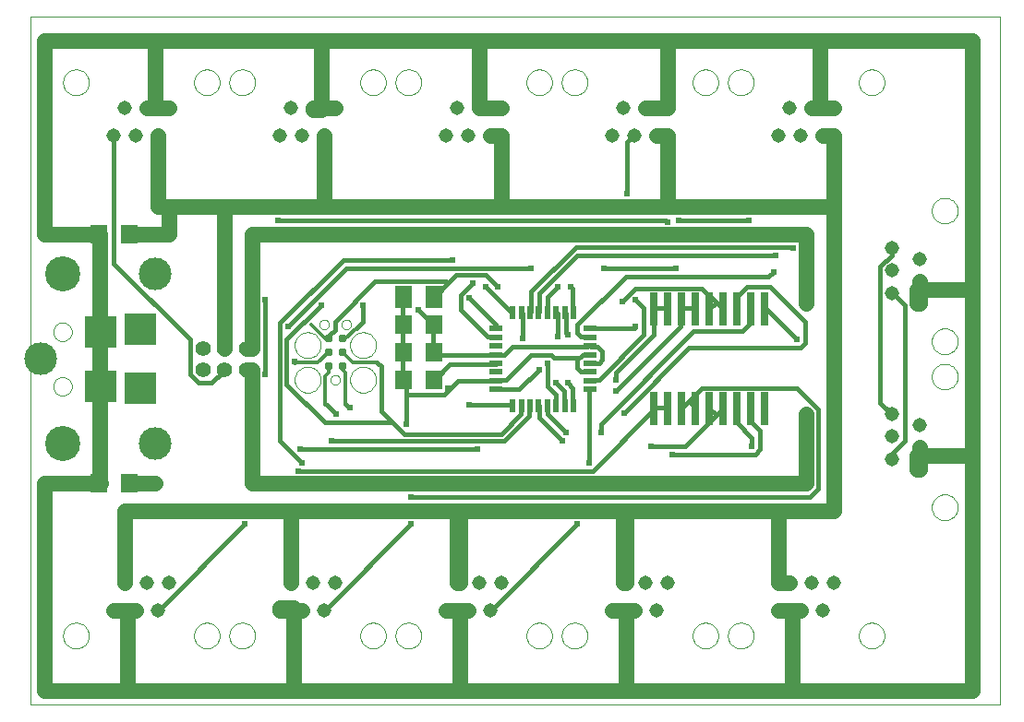
<source format=gbl>
G75*
G70*
%OFA0B0*%
%FSLAX24Y24*%
%IPPOS*%
%LPD*%
%AMOC8*
5,1,8,0,0,1.08239X$1,22.5*
%
%ADD10C,0.0000*%
%ADD11R,0.0500X0.0220*%
%ADD12R,0.0220X0.0500*%
%ADD13R,0.0630X0.0787*%
%ADD14R,0.0630X0.0709*%
%ADD15C,0.0515*%
%ADD16C,0.0310*%
%ADD17R,0.0260X0.1200*%
%ADD18C,0.1181*%
%ADD19C,0.1266*%
%ADD20R,0.1181X0.1181*%
%ADD21C,0.0554*%
%ADD22C,0.0560*%
%ADD23C,0.0120*%
%ADD24C,0.0180*%
%ADD25C,0.0240*%
%ADD26R,0.0356X0.0356*%
D10*
X000349Y000100D02*
X000349Y024971D01*
X035344Y024971D01*
X035344Y000100D01*
X000349Y000100D01*
X001522Y002600D02*
X001524Y002643D01*
X001530Y002685D01*
X001540Y002727D01*
X001553Y002768D01*
X001571Y002807D01*
X001592Y002845D01*
X001616Y002880D01*
X001643Y002913D01*
X001674Y002944D01*
X001707Y002971D01*
X001742Y002995D01*
X001780Y003016D01*
X001819Y003034D01*
X001860Y003047D01*
X001902Y003057D01*
X001944Y003063D01*
X001987Y003065D01*
X002030Y003063D01*
X002072Y003057D01*
X002114Y003047D01*
X002155Y003034D01*
X002194Y003016D01*
X002232Y002995D01*
X002267Y002971D01*
X002300Y002944D01*
X002331Y002913D01*
X002358Y002880D01*
X002382Y002845D01*
X002403Y002807D01*
X002421Y002768D01*
X002434Y002727D01*
X002444Y002685D01*
X002450Y002643D01*
X002452Y002600D01*
X002450Y002557D01*
X002444Y002515D01*
X002434Y002473D01*
X002421Y002432D01*
X002403Y002393D01*
X002382Y002355D01*
X002358Y002320D01*
X002331Y002287D01*
X002300Y002256D01*
X002267Y002229D01*
X002232Y002205D01*
X002194Y002184D01*
X002155Y002166D01*
X002114Y002153D01*
X002072Y002143D01*
X002030Y002137D01*
X001987Y002135D01*
X001944Y002137D01*
X001902Y002143D01*
X001860Y002153D01*
X001819Y002166D01*
X001780Y002184D01*
X001742Y002205D01*
X001707Y002229D01*
X001674Y002256D01*
X001643Y002287D01*
X001616Y002320D01*
X001592Y002355D01*
X001571Y002393D01*
X001553Y002432D01*
X001540Y002473D01*
X001530Y002515D01*
X001524Y002557D01*
X001522Y002600D01*
X006247Y002600D02*
X006249Y002643D01*
X006255Y002685D01*
X006265Y002727D01*
X006278Y002768D01*
X006296Y002807D01*
X006317Y002845D01*
X006341Y002880D01*
X006368Y002913D01*
X006399Y002944D01*
X006432Y002971D01*
X006467Y002995D01*
X006505Y003016D01*
X006544Y003034D01*
X006585Y003047D01*
X006627Y003057D01*
X006669Y003063D01*
X006712Y003065D01*
X006755Y003063D01*
X006797Y003057D01*
X006839Y003047D01*
X006880Y003034D01*
X006919Y003016D01*
X006957Y002995D01*
X006992Y002971D01*
X007025Y002944D01*
X007056Y002913D01*
X007083Y002880D01*
X007107Y002845D01*
X007128Y002807D01*
X007146Y002768D01*
X007159Y002727D01*
X007169Y002685D01*
X007175Y002643D01*
X007177Y002600D01*
X007175Y002557D01*
X007169Y002515D01*
X007159Y002473D01*
X007146Y002432D01*
X007128Y002393D01*
X007107Y002355D01*
X007083Y002320D01*
X007056Y002287D01*
X007025Y002256D01*
X006992Y002229D01*
X006957Y002205D01*
X006919Y002184D01*
X006880Y002166D01*
X006839Y002153D01*
X006797Y002143D01*
X006755Y002137D01*
X006712Y002135D01*
X006669Y002137D01*
X006627Y002143D01*
X006585Y002153D01*
X006544Y002166D01*
X006505Y002184D01*
X006467Y002205D01*
X006432Y002229D01*
X006399Y002256D01*
X006368Y002287D01*
X006341Y002320D01*
X006317Y002355D01*
X006296Y002393D01*
X006278Y002432D01*
X006265Y002473D01*
X006255Y002515D01*
X006249Y002557D01*
X006247Y002600D01*
X007522Y002600D02*
X007524Y002643D01*
X007530Y002685D01*
X007540Y002727D01*
X007553Y002768D01*
X007571Y002807D01*
X007592Y002845D01*
X007616Y002880D01*
X007643Y002913D01*
X007674Y002944D01*
X007707Y002971D01*
X007742Y002995D01*
X007780Y003016D01*
X007819Y003034D01*
X007860Y003047D01*
X007902Y003057D01*
X007944Y003063D01*
X007987Y003065D01*
X008030Y003063D01*
X008072Y003057D01*
X008114Y003047D01*
X008155Y003034D01*
X008194Y003016D01*
X008232Y002995D01*
X008267Y002971D01*
X008300Y002944D01*
X008331Y002913D01*
X008358Y002880D01*
X008382Y002845D01*
X008403Y002807D01*
X008421Y002768D01*
X008434Y002727D01*
X008444Y002685D01*
X008450Y002643D01*
X008452Y002600D01*
X008450Y002557D01*
X008444Y002515D01*
X008434Y002473D01*
X008421Y002432D01*
X008403Y002393D01*
X008382Y002355D01*
X008358Y002320D01*
X008331Y002287D01*
X008300Y002256D01*
X008267Y002229D01*
X008232Y002205D01*
X008194Y002184D01*
X008155Y002166D01*
X008114Y002153D01*
X008072Y002143D01*
X008030Y002137D01*
X007987Y002135D01*
X007944Y002137D01*
X007902Y002143D01*
X007860Y002153D01*
X007819Y002166D01*
X007780Y002184D01*
X007742Y002205D01*
X007707Y002229D01*
X007674Y002256D01*
X007643Y002287D01*
X007616Y002320D01*
X007592Y002355D01*
X007571Y002393D01*
X007553Y002432D01*
X007540Y002473D01*
X007530Y002515D01*
X007524Y002557D01*
X007522Y002600D01*
X012247Y002600D02*
X012249Y002643D01*
X012255Y002685D01*
X012265Y002727D01*
X012278Y002768D01*
X012296Y002807D01*
X012317Y002845D01*
X012341Y002880D01*
X012368Y002913D01*
X012399Y002944D01*
X012432Y002971D01*
X012467Y002995D01*
X012505Y003016D01*
X012544Y003034D01*
X012585Y003047D01*
X012627Y003057D01*
X012669Y003063D01*
X012712Y003065D01*
X012755Y003063D01*
X012797Y003057D01*
X012839Y003047D01*
X012880Y003034D01*
X012919Y003016D01*
X012957Y002995D01*
X012992Y002971D01*
X013025Y002944D01*
X013056Y002913D01*
X013083Y002880D01*
X013107Y002845D01*
X013128Y002807D01*
X013146Y002768D01*
X013159Y002727D01*
X013169Y002685D01*
X013175Y002643D01*
X013177Y002600D01*
X013175Y002557D01*
X013169Y002515D01*
X013159Y002473D01*
X013146Y002432D01*
X013128Y002393D01*
X013107Y002355D01*
X013083Y002320D01*
X013056Y002287D01*
X013025Y002256D01*
X012992Y002229D01*
X012957Y002205D01*
X012919Y002184D01*
X012880Y002166D01*
X012839Y002153D01*
X012797Y002143D01*
X012755Y002137D01*
X012712Y002135D01*
X012669Y002137D01*
X012627Y002143D01*
X012585Y002153D01*
X012544Y002166D01*
X012505Y002184D01*
X012467Y002205D01*
X012432Y002229D01*
X012399Y002256D01*
X012368Y002287D01*
X012341Y002320D01*
X012317Y002355D01*
X012296Y002393D01*
X012278Y002432D01*
X012265Y002473D01*
X012255Y002515D01*
X012249Y002557D01*
X012247Y002600D01*
X013522Y002600D02*
X013524Y002643D01*
X013530Y002685D01*
X013540Y002727D01*
X013553Y002768D01*
X013571Y002807D01*
X013592Y002845D01*
X013616Y002880D01*
X013643Y002913D01*
X013674Y002944D01*
X013707Y002971D01*
X013742Y002995D01*
X013780Y003016D01*
X013819Y003034D01*
X013860Y003047D01*
X013902Y003057D01*
X013944Y003063D01*
X013987Y003065D01*
X014030Y003063D01*
X014072Y003057D01*
X014114Y003047D01*
X014155Y003034D01*
X014194Y003016D01*
X014232Y002995D01*
X014267Y002971D01*
X014300Y002944D01*
X014331Y002913D01*
X014358Y002880D01*
X014382Y002845D01*
X014403Y002807D01*
X014421Y002768D01*
X014434Y002727D01*
X014444Y002685D01*
X014450Y002643D01*
X014452Y002600D01*
X014450Y002557D01*
X014444Y002515D01*
X014434Y002473D01*
X014421Y002432D01*
X014403Y002393D01*
X014382Y002355D01*
X014358Y002320D01*
X014331Y002287D01*
X014300Y002256D01*
X014267Y002229D01*
X014232Y002205D01*
X014194Y002184D01*
X014155Y002166D01*
X014114Y002153D01*
X014072Y002143D01*
X014030Y002137D01*
X013987Y002135D01*
X013944Y002137D01*
X013902Y002143D01*
X013860Y002153D01*
X013819Y002166D01*
X013780Y002184D01*
X013742Y002205D01*
X013707Y002229D01*
X013674Y002256D01*
X013643Y002287D01*
X013616Y002320D01*
X013592Y002355D01*
X013571Y002393D01*
X013553Y002432D01*
X013540Y002473D01*
X013530Y002515D01*
X013524Y002557D01*
X013522Y002600D01*
X018247Y002600D02*
X018249Y002643D01*
X018255Y002685D01*
X018265Y002727D01*
X018278Y002768D01*
X018296Y002807D01*
X018317Y002845D01*
X018341Y002880D01*
X018368Y002913D01*
X018399Y002944D01*
X018432Y002971D01*
X018467Y002995D01*
X018505Y003016D01*
X018544Y003034D01*
X018585Y003047D01*
X018627Y003057D01*
X018669Y003063D01*
X018712Y003065D01*
X018755Y003063D01*
X018797Y003057D01*
X018839Y003047D01*
X018880Y003034D01*
X018919Y003016D01*
X018957Y002995D01*
X018992Y002971D01*
X019025Y002944D01*
X019056Y002913D01*
X019083Y002880D01*
X019107Y002845D01*
X019128Y002807D01*
X019146Y002768D01*
X019159Y002727D01*
X019169Y002685D01*
X019175Y002643D01*
X019177Y002600D01*
X019175Y002557D01*
X019169Y002515D01*
X019159Y002473D01*
X019146Y002432D01*
X019128Y002393D01*
X019107Y002355D01*
X019083Y002320D01*
X019056Y002287D01*
X019025Y002256D01*
X018992Y002229D01*
X018957Y002205D01*
X018919Y002184D01*
X018880Y002166D01*
X018839Y002153D01*
X018797Y002143D01*
X018755Y002137D01*
X018712Y002135D01*
X018669Y002137D01*
X018627Y002143D01*
X018585Y002153D01*
X018544Y002166D01*
X018505Y002184D01*
X018467Y002205D01*
X018432Y002229D01*
X018399Y002256D01*
X018368Y002287D01*
X018341Y002320D01*
X018317Y002355D01*
X018296Y002393D01*
X018278Y002432D01*
X018265Y002473D01*
X018255Y002515D01*
X018249Y002557D01*
X018247Y002600D01*
X019522Y002600D02*
X019524Y002643D01*
X019530Y002685D01*
X019540Y002727D01*
X019553Y002768D01*
X019571Y002807D01*
X019592Y002845D01*
X019616Y002880D01*
X019643Y002913D01*
X019674Y002944D01*
X019707Y002971D01*
X019742Y002995D01*
X019780Y003016D01*
X019819Y003034D01*
X019860Y003047D01*
X019902Y003057D01*
X019944Y003063D01*
X019987Y003065D01*
X020030Y003063D01*
X020072Y003057D01*
X020114Y003047D01*
X020155Y003034D01*
X020194Y003016D01*
X020232Y002995D01*
X020267Y002971D01*
X020300Y002944D01*
X020331Y002913D01*
X020358Y002880D01*
X020382Y002845D01*
X020403Y002807D01*
X020421Y002768D01*
X020434Y002727D01*
X020444Y002685D01*
X020450Y002643D01*
X020452Y002600D01*
X020450Y002557D01*
X020444Y002515D01*
X020434Y002473D01*
X020421Y002432D01*
X020403Y002393D01*
X020382Y002355D01*
X020358Y002320D01*
X020331Y002287D01*
X020300Y002256D01*
X020267Y002229D01*
X020232Y002205D01*
X020194Y002184D01*
X020155Y002166D01*
X020114Y002153D01*
X020072Y002143D01*
X020030Y002137D01*
X019987Y002135D01*
X019944Y002137D01*
X019902Y002143D01*
X019860Y002153D01*
X019819Y002166D01*
X019780Y002184D01*
X019742Y002205D01*
X019707Y002229D01*
X019674Y002256D01*
X019643Y002287D01*
X019616Y002320D01*
X019592Y002355D01*
X019571Y002393D01*
X019553Y002432D01*
X019540Y002473D01*
X019530Y002515D01*
X019524Y002557D01*
X019522Y002600D01*
X024247Y002600D02*
X024249Y002643D01*
X024255Y002685D01*
X024265Y002727D01*
X024278Y002768D01*
X024296Y002807D01*
X024317Y002845D01*
X024341Y002880D01*
X024368Y002913D01*
X024399Y002944D01*
X024432Y002971D01*
X024467Y002995D01*
X024505Y003016D01*
X024544Y003034D01*
X024585Y003047D01*
X024627Y003057D01*
X024669Y003063D01*
X024712Y003065D01*
X024755Y003063D01*
X024797Y003057D01*
X024839Y003047D01*
X024880Y003034D01*
X024919Y003016D01*
X024957Y002995D01*
X024992Y002971D01*
X025025Y002944D01*
X025056Y002913D01*
X025083Y002880D01*
X025107Y002845D01*
X025128Y002807D01*
X025146Y002768D01*
X025159Y002727D01*
X025169Y002685D01*
X025175Y002643D01*
X025177Y002600D01*
X025175Y002557D01*
X025169Y002515D01*
X025159Y002473D01*
X025146Y002432D01*
X025128Y002393D01*
X025107Y002355D01*
X025083Y002320D01*
X025056Y002287D01*
X025025Y002256D01*
X024992Y002229D01*
X024957Y002205D01*
X024919Y002184D01*
X024880Y002166D01*
X024839Y002153D01*
X024797Y002143D01*
X024755Y002137D01*
X024712Y002135D01*
X024669Y002137D01*
X024627Y002143D01*
X024585Y002153D01*
X024544Y002166D01*
X024505Y002184D01*
X024467Y002205D01*
X024432Y002229D01*
X024399Y002256D01*
X024368Y002287D01*
X024341Y002320D01*
X024317Y002355D01*
X024296Y002393D01*
X024278Y002432D01*
X024265Y002473D01*
X024255Y002515D01*
X024249Y002557D01*
X024247Y002600D01*
X025522Y002600D02*
X025524Y002643D01*
X025530Y002685D01*
X025540Y002727D01*
X025553Y002768D01*
X025571Y002807D01*
X025592Y002845D01*
X025616Y002880D01*
X025643Y002913D01*
X025674Y002944D01*
X025707Y002971D01*
X025742Y002995D01*
X025780Y003016D01*
X025819Y003034D01*
X025860Y003047D01*
X025902Y003057D01*
X025944Y003063D01*
X025987Y003065D01*
X026030Y003063D01*
X026072Y003057D01*
X026114Y003047D01*
X026155Y003034D01*
X026194Y003016D01*
X026232Y002995D01*
X026267Y002971D01*
X026300Y002944D01*
X026331Y002913D01*
X026358Y002880D01*
X026382Y002845D01*
X026403Y002807D01*
X026421Y002768D01*
X026434Y002727D01*
X026444Y002685D01*
X026450Y002643D01*
X026452Y002600D01*
X026450Y002557D01*
X026444Y002515D01*
X026434Y002473D01*
X026421Y002432D01*
X026403Y002393D01*
X026382Y002355D01*
X026358Y002320D01*
X026331Y002287D01*
X026300Y002256D01*
X026267Y002229D01*
X026232Y002205D01*
X026194Y002184D01*
X026155Y002166D01*
X026114Y002153D01*
X026072Y002143D01*
X026030Y002137D01*
X025987Y002135D01*
X025944Y002137D01*
X025902Y002143D01*
X025860Y002153D01*
X025819Y002166D01*
X025780Y002184D01*
X025742Y002205D01*
X025707Y002229D01*
X025674Y002256D01*
X025643Y002287D01*
X025616Y002320D01*
X025592Y002355D01*
X025571Y002393D01*
X025553Y002432D01*
X025540Y002473D01*
X025530Y002515D01*
X025524Y002557D01*
X025522Y002600D01*
X030247Y002600D02*
X030249Y002643D01*
X030255Y002685D01*
X030265Y002727D01*
X030278Y002768D01*
X030296Y002807D01*
X030317Y002845D01*
X030341Y002880D01*
X030368Y002913D01*
X030399Y002944D01*
X030432Y002971D01*
X030467Y002995D01*
X030505Y003016D01*
X030544Y003034D01*
X030585Y003047D01*
X030627Y003057D01*
X030669Y003063D01*
X030712Y003065D01*
X030755Y003063D01*
X030797Y003057D01*
X030839Y003047D01*
X030880Y003034D01*
X030919Y003016D01*
X030957Y002995D01*
X030992Y002971D01*
X031025Y002944D01*
X031056Y002913D01*
X031083Y002880D01*
X031107Y002845D01*
X031128Y002807D01*
X031146Y002768D01*
X031159Y002727D01*
X031169Y002685D01*
X031175Y002643D01*
X031177Y002600D01*
X031175Y002557D01*
X031169Y002515D01*
X031159Y002473D01*
X031146Y002432D01*
X031128Y002393D01*
X031107Y002355D01*
X031083Y002320D01*
X031056Y002287D01*
X031025Y002256D01*
X030992Y002229D01*
X030957Y002205D01*
X030919Y002184D01*
X030880Y002166D01*
X030839Y002153D01*
X030797Y002143D01*
X030755Y002137D01*
X030712Y002135D01*
X030669Y002137D01*
X030627Y002143D01*
X030585Y002153D01*
X030544Y002166D01*
X030505Y002184D01*
X030467Y002205D01*
X030432Y002229D01*
X030399Y002256D01*
X030368Y002287D01*
X030341Y002320D01*
X030317Y002355D01*
X030296Y002393D01*
X030278Y002432D01*
X030265Y002473D01*
X030255Y002515D01*
X030249Y002557D01*
X030247Y002600D01*
X032884Y007238D02*
X032886Y007281D01*
X032892Y007323D01*
X032902Y007365D01*
X032915Y007406D01*
X032933Y007445D01*
X032954Y007483D01*
X032978Y007518D01*
X033005Y007551D01*
X033036Y007582D01*
X033069Y007609D01*
X033104Y007633D01*
X033142Y007654D01*
X033181Y007672D01*
X033222Y007685D01*
X033264Y007695D01*
X033306Y007701D01*
X033349Y007703D01*
X033392Y007701D01*
X033434Y007695D01*
X033476Y007685D01*
X033517Y007672D01*
X033556Y007654D01*
X033594Y007633D01*
X033629Y007609D01*
X033662Y007582D01*
X033693Y007551D01*
X033720Y007518D01*
X033744Y007483D01*
X033765Y007445D01*
X033783Y007406D01*
X033796Y007365D01*
X033806Y007323D01*
X033812Y007281D01*
X033814Y007238D01*
X033812Y007195D01*
X033806Y007153D01*
X033796Y007111D01*
X033783Y007070D01*
X033765Y007031D01*
X033744Y006993D01*
X033720Y006958D01*
X033693Y006925D01*
X033662Y006894D01*
X033629Y006867D01*
X033594Y006843D01*
X033556Y006822D01*
X033517Y006804D01*
X033476Y006791D01*
X033434Y006781D01*
X033392Y006775D01*
X033349Y006773D01*
X033306Y006775D01*
X033264Y006781D01*
X033222Y006791D01*
X033181Y006804D01*
X033142Y006822D01*
X033104Y006843D01*
X033069Y006867D01*
X033036Y006894D01*
X033005Y006925D01*
X032978Y006958D01*
X032954Y006993D01*
X032933Y007031D01*
X032915Y007070D01*
X032902Y007111D01*
X032892Y007153D01*
X032886Y007195D01*
X032884Y007238D01*
X032884Y011962D02*
X032886Y012005D01*
X032892Y012047D01*
X032902Y012089D01*
X032915Y012130D01*
X032933Y012169D01*
X032954Y012207D01*
X032978Y012242D01*
X033005Y012275D01*
X033036Y012306D01*
X033069Y012333D01*
X033104Y012357D01*
X033142Y012378D01*
X033181Y012396D01*
X033222Y012409D01*
X033264Y012419D01*
X033306Y012425D01*
X033349Y012427D01*
X033392Y012425D01*
X033434Y012419D01*
X033476Y012409D01*
X033517Y012396D01*
X033556Y012378D01*
X033594Y012357D01*
X033629Y012333D01*
X033662Y012306D01*
X033693Y012275D01*
X033720Y012242D01*
X033744Y012207D01*
X033765Y012169D01*
X033783Y012130D01*
X033796Y012089D01*
X033806Y012047D01*
X033812Y012005D01*
X033814Y011962D01*
X033812Y011919D01*
X033806Y011877D01*
X033796Y011835D01*
X033783Y011794D01*
X033765Y011755D01*
X033744Y011717D01*
X033720Y011682D01*
X033693Y011649D01*
X033662Y011618D01*
X033629Y011591D01*
X033594Y011567D01*
X033556Y011546D01*
X033517Y011528D01*
X033476Y011515D01*
X033434Y011505D01*
X033392Y011499D01*
X033349Y011497D01*
X033306Y011499D01*
X033264Y011505D01*
X033222Y011515D01*
X033181Y011528D01*
X033142Y011546D01*
X033104Y011567D01*
X033069Y011591D01*
X033036Y011618D01*
X033005Y011649D01*
X032978Y011682D01*
X032954Y011717D01*
X032933Y011755D01*
X032915Y011794D01*
X032902Y011835D01*
X032892Y011877D01*
X032886Y011919D01*
X032884Y011962D01*
X032884Y013238D02*
X032886Y013281D01*
X032892Y013323D01*
X032902Y013365D01*
X032915Y013406D01*
X032933Y013445D01*
X032954Y013483D01*
X032978Y013518D01*
X033005Y013551D01*
X033036Y013582D01*
X033069Y013609D01*
X033104Y013633D01*
X033142Y013654D01*
X033181Y013672D01*
X033222Y013685D01*
X033264Y013695D01*
X033306Y013701D01*
X033349Y013703D01*
X033392Y013701D01*
X033434Y013695D01*
X033476Y013685D01*
X033517Y013672D01*
X033556Y013654D01*
X033594Y013633D01*
X033629Y013609D01*
X033662Y013582D01*
X033693Y013551D01*
X033720Y013518D01*
X033744Y013483D01*
X033765Y013445D01*
X033783Y013406D01*
X033796Y013365D01*
X033806Y013323D01*
X033812Y013281D01*
X033814Y013238D01*
X033812Y013195D01*
X033806Y013153D01*
X033796Y013111D01*
X033783Y013070D01*
X033765Y013031D01*
X033744Y012993D01*
X033720Y012958D01*
X033693Y012925D01*
X033662Y012894D01*
X033629Y012867D01*
X033594Y012843D01*
X033556Y012822D01*
X033517Y012804D01*
X033476Y012791D01*
X033434Y012781D01*
X033392Y012775D01*
X033349Y012773D01*
X033306Y012775D01*
X033264Y012781D01*
X033222Y012791D01*
X033181Y012804D01*
X033142Y012822D01*
X033104Y012843D01*
X033069Y012867D01*
X033036Y012894D01*
X033005Y012925D01*
X032978Y012958D01*
X032954Y012993D01*
X032933Y013031D01*
X032915Y013070D01*
X032902Y013111D01*
X032892Y013153D01*
X032886Y013195D01*
X032884Y013238D01*
X032884Y017962D02*
X032886Y018005D01*
X032892Y018047D01*
X032902Y018089D01*
X032915Y018130D01*
X032933Y018169D01*
X032954Y018207D01*
X032978Y018242D01*
X033005Y018275D01*
X033036Y018306D01*
X033069Y018333D01*
X033104Y018357D01*
X033142Y018378D01*
X033181Y018396D01*
X033222Y018409D01*
X033264Y018419D01*
X033306Y018425D01*
X033349Y018427D01*
X033392Y018425D01*
X033434Y018419D01*
X033476Y018409D01*
X033517Y018396D01*
X033556Y018378D01*
X033594Y018357D01*
X033629Y018333D01*
X033662Y018306D01*
X033693Y018275D01*
X033720Y018242D01*
X033744Y018207D01*
X033765Y018169D01*
X033783Y018130D01*
X033796Y018089D01*
X033806Y018047D01*
X033812Y018005D01*
X033814Y017962D01*
X033812Y017919D01*
X033806Y017877D01*
X033796Y017835D01*
X033783Y017794D01*
X033765Y017755D01*
X033744Y017717D01*
X033720Y017682D01*
X033693Y017649D01*
X033662Y017618D01*
X033629Y017591D01*
X033594Y017567D01*
X033556Y017546D01*
X033517Y017528D01*
X033476Y017515D01*
X033434Y017505D01*
X033392Y017499D01*
X033349Y017497D01*
X033306Y017499D01*
X033264Y017505D01*
X033222Y017515D01*
X033181Y017528D01*
X033142Y017546D01*
X033104Y017567D01*
X033069Y017591D01*
X033036Y017618D01*
X033005Y017649D01*
X032978Y017682D01*
X032954Y017717D01*
X032933Y017755D01*
X032915Y017794D01*
X032902Y017835D01*
X032892Y017877D01*
X032886Y017919D01*
X032884Y017962D01*
X030247Y022600D02*
X030249Y022643D01*
X030255Y022685D01*
X030265Y022727D01*
X030278Y022768D01*
X030296Y022807D01*
X030317Y022845D01*
X030341Y022880D01*
X030368Y022913D01*
X030399Y022944D01*
X030432Y022971D01*
X030467Y022995D01*
X030505Y023016D01*
X030544Y023034D01*
X030585Y023047D01*
X030627Y023057D01*
X030669Y023063D01*
X030712Y023065D01*
X030755Y023063D01*
X030797Y023057D01*
X030839Y023047D01*
X030880Y023034D01*
X030919Y023016D01*
X030957Y022995D01*
X030992Y022971D01*
X031025Y022944D01*
X031056Y022913D01*
X031083Y022880D01*
X031107Y022845D01*
X031128Y022807D01*
X031146Y022768D01*
X031159Y022727D01*
X031169Y022685D01*
X031175Y022643D01*
X031177Y022600D01*
X031175Y022557D01*
X031169Y022515D01*
X031159Y022473D01*
X031146Y022432D01*
X031128Y022393D01*
X031107Y022355D01*
X031083Y022320D01*
X031056Y022287D01*
X031025Y022256D01*
X030992Y022229D01*
X030957Y022205D01*
X030919Y022184D01*
X030880Y022166D01*
X030839Y022153D01*
X030797Y022143D01*
X030755Y022137D01*
X030712Y022135D01*
X030669Y022137D01*
X030627Y022143D01*
X030585Y022153D01*
X030544Y022166D01*
X030505Y022184D01*
X030467Y022205D01*
X030432Y022229D01*
X030399Y022256D01*
X030368Y022287D01*
X030341Y022320D01*
X030317Y022355D01*
X030296Y022393D01*
X030278Y022432D01*
X030265Y022473D01*
X030255Y022515D01*
X030249Y022557D01*
X030247Y022600D01*
X025522Y022600D02*
X025524Y022643D01*
X025530Y022685D01*
X025540Y022727D01*
X025553Y022768D01*
X025571Y022807D01*
X025592Y022845D01*
X025616Y022880D01*
X025643Y022913D01*
X025674Y022944D01*
X025707Y022971D01*
X025742Y022995D01*
X025780Y023016D01*
X025819Y023034D01*
X025860Y023047D01*
X025902Y023057D01*
X025944Y023063D01*
X025987Y023065D01*
X026030Y023063D01*
X026072Y023057D01*
X026114Y023047D01*
X026155Y023034D01*
X026194Y023016D01*
X026232Y022995D01*
X026267Y022971D01*
X026300Y022944D01*
X026331Y022913D01*
X026358Y022880D01*
X026382Y022845D01*
X026403Y022807D01*
X026421Y022768D01*
X026434Y022727D01*
X026444Y022685D01*
X026450Y022643D01*
X026452Y022600D01*
X026450Y022557D01*
X026444Y022515D01*
X026434Y022473D01*
X026421Y022432D01*
X026403Y022393D01*
X026382Y022355D01*
X026358Y022320D01*
X026331Y022287D01*
X026300Y022256D01*
X026267Y022229D01*
X026232Y022205D01*
X026194Y022184D01*
X026155Y022166D01*
X026114Y022153D01*
X026072Y022143D01*
X026030Y022137D01*
X025987Y022135D01*
X025944Y022137D01*
X025902Y022143D01*
X025860Y022153D01*
X025819Y022166D01*
X025780Y022184D01*
X025742Y022205D01*
X025707Y022229D01*
X025674Y022256D01*
X025643Y022287D01*
X025616Y022320D01*
X025592Y022355D01*
X025571Y022393D01*
X025553Y022432D01*
X025540Y022473D01*
X025530Y022515D01*
X025524Y022557D01*
X025522Y022600D01*
X024247Y022600D02*
X024249Y022643D01*
X024255Y022685D01*
X024265Y022727D01*
X024278Y022768D01*
X024296Y022807D01*
X024317Y022845D01*
X024341Y022880D01*
X024368Y022913D01*
X024399Y022944D01*
X024432Y022971D01*
X024467Y022995D01*
X024505Y023016D01*
X024544Y023034D01*
X024585Y023047D01*
X024627Y023057D01*
X024669Y023063D01*
X024712Y023065D01*
X024755Y023063D01*
X024797Y023057D01*
X024839Y023047D01*
X024880Y023034D01*
X024919Y023016D01*
X024957Y022995D01*
X024992Y022971D01*
X025025Y022944D01*
X025056Y022913D01*
X025083Y022880D01*
X025107Y022845D01*
X025128Y022807D01*
X025146Y022768D01*
X025159Y022727D01*
X025169Y022685D01*
X025175Y022643D01*
X025177Y022600D01*
X025175Y022557D01*
X025169Y022515D01*
X025159Y022473D01*
X025146Y022432D01*
X025128Y022393D01*
X025107Y022355D01*
X025083Y022320D01*
X025056Y022287D01*
X025025Y022256D01*
X024992Y022229D01*
X024957Y022205D01*
X024919Y022184D01*
X024880Y022166D01*
X024839Y022153D01*
X024797Y022143D01*
X024755Y022137D01*
X024712Y022135D01*
X024669Y022137D01*
X024627Y022143D01*
X024585Y022153D01*
X024544Y022166D01*
X024505Y022184D01*
X024467Y022205D01*
X024432Y022229D01*
X024399Y022256D01*
X024368Y022287D01*
X024341Y022320D01*
X024317Y022355D01*
X024296Y022393D01*
X024278Y022432D01*
X024265Y022473D01*
X024255Y022515D01*
X024249Y022557D01*
X024247Y022600D01*
X019522Y022600D02*
X019524Y022643D01*
X019530Y022685D01*
X019540Y022727D01*
X019553Y022768D01*
X019571Y022807D01*
X019592Y022845D01*
X019616Y022880D01*
X019643Y022913D01*
X019674Y022944D01*
X019707Y022971D01*
X019742Y022995D01*
X019780Y023016D01*
X019819Y023034D01*
X019860Y023047D01*
X019902Y023057D01*
X019944Y023063D01*
X019987Y023065D01*
X020030Y023063D01*
X020072Y023057D01*
X020114Y023047D01*
X020155Y023034D01*
X020194Y023016D01*
X020232Y022995D01*
X020267Y022971D01*
X020300Y022944D01*
X020331Y022913D01*
X020358Y022880D01*
X020382Y022845D01*
X020403Y022807D01*
X020421Y022768D01*
X020434Y022727D01*
X020444Y022685D01*
X020450Y022643D01*
X020452Y022600D01*
X020450Y022557D01*
X020444Y022515D01*
X020434Y022473D01*
X020421Y022432D01*
X020403Y022393D01*
X020382Y022355D01*
X020358Y022320D01*
X020331Y022287D01*
X020300Y022256D01*
X020267Y022229D01*
X020232Y022205D01*
X020194Y022184D01*
X020155Y022166D01*
X020114Y022153D01*
X020072Y022143D01*
X020030Y022137D01*
X019987Y022135D01*
X019944Y022137D01*
X019902Y022143D01*
X019860Y022153D01*
X019819Y022166D01*
X019780Y022184D01*
X019742Y022205D01*
X019707Y022229D01*
X019674Y022256D01*
X019643Y022287D01*
X019616Y022320D01*
X019592Y022355D01*
X019571Y022393D01*
X019553Y022432D01*
X019540Y022473D01*
X019530Y022515D01*
X019524Y022557D01*
X019522Y022600D01*
X018247Y022600D02*
X018249Y022643D01*
X018255Y022685D01*
X018265Y022727D01*
X018278Y022768D01*
X018296Y022807D01*
X018317Y022845D01*
X018341Y022880D01*
X018368Y022913D01*
X018399Y022944D01*
X018432Y022971D01*
X018467Y022995D01*
X018505Y023016D01*
X018544Y023034D01*
X018585Y023047D01*
X018627Y023057D01*
X018669Y023063D01*
X018712Y023065D01*
X018755Y023063D01*
X018797Y023057D01*
X018839Y023047D01*
X018880Y023034D01*
X018919Y023016D01*
X018957Y022995D01*
X018992Y022971D01*
X019025Y022944D01*
X019056Y022913D01*
X019083Y022880D01*
X019107Y022845D01*
X019128Y022807D01*
X019146Y022768D01*
X019159Y022727D01*
X019169Y022685D01*
X019175Y022643D01*
X019177Y022600D01*
X019175Y022557D01*
X019169Y022515D01*
X019159Y022473D01*
X019146Y022432D01*
X019128Y022393D01*
X019107Y022355D01*
X019083Y022320D01*
X019056Y022287D01*
X019025Y022256D01*
X018992Y022229D01*
X018957Y022205D01*
X018919Y022184D01*
X018880Y022166D01*
X018839Y022153D01*
X018797Y022143D01*
X018755Y022137D01*
X018712Y022135D01*
X018669Y022137D01*
X018627Y022143D01*
X018585Y022153D01*
X018544Y022166D01*
X018505Y022184D01*
X018467Y022205D01*
X018432Y022229D01*
X018399Y022256D01*
X018368Y022287D01*
X018341Y022320D01*
X018317Y022355D01*
X018296Y022393D01*
X018278Y022432D01*
X018265Y022473D01*
X018255Y022515D01*
X018249Y022557D01*
X018247Y022600D01*
X013522Y022600D02*
X013524Y022643D01*
X013530Y022685D01*
X013540Y022727D01*
X013553Y022768D01*
X013571Y022807D01*
X013592Y022845D01*
X013616Y022880D01*
X013643Y022913D01*
X013674Y022944D01*
X013707Y022971D01*
X013742Y022995D01*
X013780Y023016D01*
X013819Y023034D01*
X013860Y023047D01*
X013902Y023057D01*
X013944Y023063D01*
X013987Y023065D01*
X014030Y023063D01*
X014072Y023057D01*
X014114Y023047D01*
X014155Y023034D01*
X014194Y023016D01*
X014232Y022995D01*
X014267Y022971D01*
X014300Y022944D01*
X014331Y022913D01*
X014358Y022880D01*
X014382Y022845D01*
X014403Y022807D01*
X014421Y022768D01*
X014434Y022727D01*
X014444Y022685D01*
X014450Y022643D01*
X014452Y022600D01*
X014450Y022557D01*
X014444Y022515D01*
X014434Y022473D01*
X014421Y022432D01*
X014403Y022393D01*
X014382Y022355D01*
X014358Y022320D01*
X014331Y022287D01*
X014300Y022256D01*
X014267Y022229D01*
X014232Y022205D01*
X014194Y022184D01*
X014155Y022166D01*
X014114Y022153D01*
X014072Y022143D01*
X014030Y022137D01*
X013987Y022135D01*
X013944Y022137D01*
X013902Y022143D01*
X013860Y022153D01*
X013819Y022166D01*
X013780Y022184D01*
X013742Y022205D01*
X013707Y022229D01*
X013674Y022256D01*
X013643Y022287D01*
X013616Y022320D01*
X013592Y022355D01*
X013571Y022393D01*
X013553Y022432D01*
X013540Y022473D01*
X013530Y022515D01*
X013524Y022557D01*
X013522Y022600D01*
X012247Y022600D02*
X012249Y022643D01*
X012255Y022685D01*
X012265Y022727D01*
X012278Y022768D01*
X012296Y022807D01*
X012317Y022845D01*
X012341Y022880D01*
X012368Y022913D01*
X012399Y022944D01*
X012432Y022971D01*
X012467Y022995D01*
X012505Y023016D01*
X012544Y023034D01*
X012585Y023047D01*
X012627Y023057D01*
X012669Y023063D01*
X012712Y023065D01*
X012755Y023063D01*
X012797Y023057D01*
X012839Y023047D01*
X012880Y023034D01*
X012919Y023016D01*
X012957Y022995D01*
X012992Y022971D01*
X013025Y022944D01*
X013056Y022913D01*
X013083Y022880D01*
X013107Y022845D01*
X013128Y022807D01*
X013146Y022768D01*
X013159Y022727D01*
X013169Y022685D01*
X013175Y022643D01*
X013177Y022600D01*
X013175Y022557D01*
X013169Y022515D01*
X013159Y022473D01*
X013146Y022432D01*
X013128Y022393D01*
X013107Y022355D01*
X013083Y022320D01*
X013056Y022287D01*
X013025Y022256D01*
X012992Y022229D01*
X012957Y022205D01*
X012919Y022184D01*
X012880Y022166D01*
X012839Y022153D01*
X012797Y022143D01*
X012755Y022137D01*
X012712Y022135D01*
X012669Y022137D01*
X012627Y022143D01*
X012585Y022153D01*
X012544Y022166D01*
X012505Y022184D01*
X012467Y022205D01*
X012432Y022229D01*
X012399Y022256D01*
X012368Y022287D01*
X012341Y022320D01*
X012317Y022355D01*
X012296Y022393D01*
X012278Y022432D01*
X012265Y022473D01*
X012255Y022515D01*
X012249Y022557D01*
X012247Y022600D01*
X007522Y022600D02*
X007524Y022643D01*
X007530Y022685D01*
X007540Y022727D01*
X007553Y022768D01*
X007571Y022807D01*
X007592Y022845D01*
X007616Y022880D01*
X007643Y022913D01*
X007674Y022944D01*
X007707Y022971D01*
X007742Y022995D01*
X007780Y023016D01*
X007819Y023034D01*
X007860Y023047D01*
X007902Y023057D01*
X007944Y023063D01*
X007987Y023065D01*
X008030Y023063D01*
X008072Y023057D01*
X008114Y023047D01*
X008155Y023034D01*
X008194Y023016D01*
X008232Y022995D01*
X008267Y022971D01*
X008300Y022944D01*
X008331Y022913D01*
X008358Y022880D01*
X008382Y022845D01*
X008403Y022807D01*
X008421Y022768D01*
X008434Y022727D01*
X008444Y022685D01*
X008450Y022643D01*
X008452Y022600D01*
X008450Y022557D01*
X008444Y022515D01*
X008434Y022473D01*
X008421Y022432D01*
X008403Y022393D01*
X008382Y022355D01*
X008358Y022320D01*
X008331Y022287D01*
X008300Y022256D01*
X008267Y022229D01*
X008232Y022205D01*
X008194Y022184D01*
X008155Y022166D01*
X008114Y022153D01*
X008072Y022143D01*
X008030Y022137D01*
X007987Y022135D01*
X007944Y022137D01*
X007902Y022143D01*
X007860Y022153D01*
X007819Y022166D01*
X007780Y022184D01*
X007742Y022205D01*
X007707Y022229D01*
X007674Y022256D01*
X007643Y022287D01*
X007616Y022320D01*
X007592Y022355D01*
X007571Y022393D01*
X007553Y022432D01*
X007540Y022473D01*
X007530Y022515D01*
X007524Y022557D01*
X007522Y022600D01*
X006247Y022600D02*
X006249Y022643D01*
X006255Y022685D01*
X006265Y022727D01*
X006278Y022768D01*
X006296Y022807D01*
X006317Y022845D01*
X006341Y022880D01*
X006368Y022913D01*
X006399Y022944D01*
X006432Y022971D01*
X006467Y022995D01*
X006505Y023016D01*
X006544Y023034D01*
X006585Y023047D01*
X006627Y023057D01*
X006669Y023063D01*
X006712Y023065D01*
X006755Y023063D01*
X006797Y023057D01*
X006839Y023047D01*
X006880Y023034D01*
X006919Y023016D01*
X006957Y022995D01*
X006992Y022971D01*
X007025Y022944D01*
X007056Y022913D01*
X007083Y022880D01*
X007107Y022845D01*
X007128Y022807D01*
X007146Y022768D01*
X007159Y022727D01*
X007169Y022685D01*
X007175Y022643D01*
X007177Y022600D01*
X007175Y022557D01*
X007169Y022515D01*
X007159Y022473D01*
X007146Y022432D01*
X007128Y022393D01*
X007107Y022355D01*
X007083Y022320D01*
X007056Y022287D01*
X007025Y022256D01*
X006992Y022229D01*
X006957Y022205D01*
X006919Y022184D01*
X006880Y022166D01*
X006839Y022153D01*
X006797Y022143D01*
X006755Y022137D01*
X006712Y022135D01*
X006669Y022137D01*
X006627Y022143D01*
X006585Y022153D01*
X006544Y022166D01*
X006505Y022184D01*
X006467Y022205D01*
X006432Y022229D01*
X006399Y022256D01*
X006368Y022287D01*
X006341Y022320D01*
X006317Y022355D01*
X006296Y022393D01*
X006278Y022432D01*
X006265Y022473D01*
X006255Y022515D01*
X006249Y022557D01*
X006247Y022600D01*
X001522Y022600D02*
X001524Y022643D01*
X001530Y022685D01*
X001540Y022727D01*
X001553Y022768D01*
X001571Y022807D01*
X001592Y022845D01*
X001616Y022880D01*
X001643Y022913D01*
X001674Y022944D01*
X001707Y022971D01*
X001742Y022995D01*
X001780Y023016D01*
X001819Y023034D01*
X001860Y023047D01*
X001902Y023057D01*
X001944Y023063D01*
X001987Y023065D01*
X002030Y023063D01*
X002072Y023057D01*
X002114Y023047D01*
X002155Y023034D01*
X002194Y023016D01*
X002232Y022995D01*
X002267Y022971D01*
X002300Y022944D01*
X002331Y022913D01*
X002358Y022880D01*
X002382Y022845D01*
X002403Y022807D01*
X002421Y022768D01*
X002434Y022727D01*
X002444Y022685D01*
X002450Y022643D01*
X002452Y022600D01*
X002450Y022557D01*
X002444Y022515D01*
X002434Y022473D01*
X002421Y022432D01*
X002403Y022393D01*
X002382Y022355D01*
X002358Y022320D01*
X002331Y022287D01*
X002300Y022256D01*
X002267Y022229D01*
X002232Y022205D01*
X002194Y022184D01*
X002155Y022166D01*
X002114Y022153D01*
X002072Y022143D01*
X002030Y022137D01*
X001987Y022135D01*
X001944Y022137D01*
X001902Y022143D01*
X001860Y022153D01*
X001819Y022166D01*
X001780Y022184D01*
X001742Y022205D01*
X001707Y022229D01*
X001674Y022256D01*
X001643Y022287D01*
X001616Y022320D01*
X001592Y022355D01*
X001571Y022393D01*
X001553Y022432D01*
X001540Y022473D01*
X001530Y022515D01*
X001524Y022557D01*
X001522Y022600D01*
X010774Y013850D02*
X010776Y013876D01*
X010782Y013902D01*
X010791Y013926D01*
X010804Y013949D01*
X010821Y013969D01*
X010840Y013987D01*
X010862Y014002D01*
X010885Y014013D01*
X010910Y014021D01*
X010936Y014025D01*
X010962Y014025D01*
X010988Y014021D01*
X011013Y014013D01*
X011037Y014002D01*
X011058Y013987D01*
X011077Y013969D01*
X011094Y013949D01*
X011107Y013926D01*
X011116Y013902D01*
X011122Y013876D01*
X011124Y013850D01*
X011122Y013824D01*
X011116Y013798D01*
X011107Y013774D01*
X011094Y013751D01*
X011077Y013731D01*
X011058Y013713D01*
X011036Y013698D01*
X011013Y013687D01*
X010988Y013679D01*
X010962Y013675D01*
X010936Y013675D01*
X010910Y013679D01*
X010885Y013687D01*
X010861Y013698D01*
X010840Y013713D01*
X010821Y013731D01*
X010804Y013751D01*
X010791Y013774D01*
X010782Y013798D01*
X010776Y013824D01*
X010774Y013850D01*
X011574Y013850D02*
X011576Y013876D01*
X011582Y013902D01*
X011591Y013926D01*
X011604Y013949D01*
X011621Y013969D01*
X011640Y013987D01*
X011662Y014002D01*
X011685Y014013D01*
X011710Y014021D01*
X011736Y014025D01*
X011762Y014025D01*
X011788Y014021D01*
X011813Y014013D01*
X011837Y014002D01*
X011858Y013987D01*
X011877Y013969D01*
X011894Y013949D01*
X011907Y013926D01*
X011916Y013902D01*
X011922Y013876D01*
X011924Y013850D01*
X011922Y013824D01*
X011916Y013798D01*
X011907Y013774D01*
X011894Y013751D01*
X011877Y013731D01*
X011858Y013713D01*
X011836Y013698D01*
X011813Y013687D01*
X011788Y013679D01*
X011762Y013675D01*
X011736Y013675D01*
X011710Y013679D01*
X011685Y013687D01*
X011661Y013698D01*
X011640Y013713D01*
X011621Y013731D01*
X011604Y013751D01*
X011591Y013774D01*
X011582Y013798D01*
X011576Y013824D01*
X011574Y013850D01*
X011882Y013100D02*
X011884Y013143D01*
X011890Y013186D01*
X011900Y013228D01*
X011914Y013269D01*
X011931Y013308D01*
X011952Y013346D01*
X011976Y013381D01*
X012004Y013415D01*
X012034Y013445D01*
X012068Y013473D01*
X012103Y013497D01*
X012141Y013518D01*
X012180Y013535D01*
X012221Y013549D01*
X012263Y013559D01*
X012306Y013565D01*
X012349Y013567D01*
X012392Y013565D01*
X012435Y013559D01*
X012477Y013549D01*
X012518Y013535D01*
X012557Y013518D01*
X012595Y013497D01*
X012630Y013473D01*
X012664Y013445D01*
X012694Y013415D01*
X012722Y013381D01*
X012746Y013346D01*
X012767Y013308D01*
X012784Y013269D01*
X012798Y013228D01*
X012808Y013186D01*
X012814Y013143D01*
X012816Y013100D01*
X012814Y013057D01*
X012808Y013014D01*
X012798Y012972D01*
X012784Y012931D01*
X012767Y012892D01*
X012746Y012854D01*
X012722Y012819D01*
X012694Y012785D01*
X012664Y012755D01*
X012630Y012727D01*
X012595Y012703D01*
X012557Y012682D01*
X012518Y012665D01*
X012477Y012651D01*
X012435Y012641D01*
X012392Y012635D01*
X012349Y012633D01*
X012306Y012635D01*
X012263Y012641D01*
X012221Y012651D01*
X012180Y012665D01*
X012141Y012682D01*
X012103Y012703D01*
X012068Y012727D01*
X012034Y012755D01*
X012004Y012785D01*
X011976Y012819D01*
X011952Y012854D01*
X011931Y012892D01*
X011914Y012931D01*
X011900Y012972D01*
X011890Y013014D01*
X011884Y013057D01*
X011882Y013100D01*
X011882Y011850D02*
X011884Y011893D01*
X011890Y011936D01*
X011900Y011978D01*
X011914Y012019D01*
X011931Y012058D01*
X011952Y012096D01*
X011976Y012131D01*
X012004Y012165D01*
X012034Y012195D01*
X012068Y012223D01*
X012103Y012247D01*
X012141Y012268D01*
X012180Y012285D01*
X012221Y012299D01*
X012263Y012309D01*
X012306Y012315D01*
X012349Y012317D01*
X012392Y012315D01*
X012435Y012309D01*
X012477Y012299D01*
X012518Y012285D01*
X012557Y012268D01*
X012595Y012247D01*
X012630Y012223D01*
X012664Y012195D01*
X012694Y012165D01*
X012722Y012131D01*
X012746Y012096D01*
X012767Y012058D01*
X012784Y012019D01*
X012798Y011978D01*
X012808Y011936D01*
X012814Y011893D01*
X012816Y011850D01*
X012814Y011807D01*
X012808Y011764D01*
X012798Y011722D01*
X012784Y011681D01*
X012767Y011642D01*
X012746Y011604D01*
X012722Y011569D01*
X012694Y011535D01*
X012664Y011505D01*
X012630Y011477D01*
X012595Y011453D01*
X012557Y011432D01*
X012518Y011415D01*
X012477Y011401D01*
X012435Y011391D01*
X012392Y011385D01*
X012349Y011383D01*
X012306Y011385D01*
X012263Y011391D01*
X012221Y011401D01*
X012180Y011415D01*
X012141Y011432D01*
X012103Y011453D01*
X012068Y011477D01*
X012034Y011505D01*
X012004Y011535D01*
X011976Y011569D01*
X011952Y011604D01*
X011931Y011642D01*
X011914Y011681D01*
X011900Y011722D01*
X011890Y011764D01*
X011884Y011807D01*
X011882Y011850D01*
X011174Y011850D02*
X011176Y011876D01*
X011182Y011902D01*
X011191Y011926D01*
X011204Y011949D01*
X011221Y011969D01*
X011240Y011987D01*
X011262Y012002D01*
X011285Y012013D01*
X011310Y012021D01*
X011336Y012025D01*
X011362Y012025D01*
X011388Y012021D01*
X011413Y012013D01*
X011437Y012002D01*
X011458Y011987D01*
X011477Y011969D01*
X011494Y011949D01*
X011507Y011926D01*
X011516Y011902D01*
X011522Y011876D01*
X011524Y011850D01*
X011522Y011824D01*
X011516Y011798D01*
X011507Y011774D01*
X011494Y011751D01*
X011477Y011731D01*
X011458Y011713D01*
X011436Y011698D01*
X011413Y011687D01*
X011388Y011679D01*
X011362Y011675D01*
X011336Y011675D01*
X011310Y011679D01*
X011285Y011687D01*
X011261Y011698D01*
X011240Y011713D01*
X011221Y011731D01*
X011204Y011751D01*
X011191Y011774D01*
X011182Y011798D01*
X011176Y011824D01*
X011174Y011850D01*
X009882Y011850D02*
X009884Y011893D01*
X009890Y011936D01*
X009900Y011978D01*
X009914Y012019D01*
X009931Y012058D01*
X009952Y012096D01*
X009976Y012131D01*
X010004Y012165D01*
X010034Y012195D01*
X010068Y012223D01*
X010103Y012247D01*
X010141Y012268D01*
X010180Y012285D01*
X010221Y012299D01*
X010263Y012309D01*
X010306Y012315D01*
X010349Y012317D01*
X010392Y012315D01*
X010435Y012309D01*
X010477Y012299D01*
X010518Y012285D01*
X010557Y012268D01*
X010595Y012247D01*
X010630Y012223D01*
X010664Y012195D01*
X010694Y012165D01*
X010722Y012131D01*
X010746Y012096D01*
X010767Y012058D01*
X010784Y012019D01*
X010798Y011978D01*
X010808Y011936D01*
X010814Y011893D01*
X010816Y011850D01*
X010814Y011807D01*
X010808Y011764D01*
X010798Y011722D01*
X010784Y011681D01*
X010767Y011642D01*
X010746Y011604D01*
X010722Y011569D01*
X010694Y011535D01*
X010664Y011505D01*
X010630Y011477D01*
X010595Y011453D01*
X010557Y011432D01*
X010518Y011415D01*
X010477Y011401D01*
X010435Y011391D01*
X010392Y011385D01*
X010349Y011383D01*
X010306Y011385D01*
X010263Y011391D01*
X010221Y011401D01*
X010180Y011415D01*
X010141Y011432D01*
X010103Y011453D01*
X010068Y011477D01*
X010034Y011505D01*
X010004Y011535D01*
X009976Y011569D01*
X009952Y011604D01*
X009931Y011642D01*
X009914Y011681D01*
X009900Y011722D01*
X009890Y011764D01*
X009884Y011807D01*
X009882Y011850D01*
X009882Y013100D02*
X009884Y013143D01*
X009890Y013186D01*
X009900Y013228D01*
X009914Y013269D01*
X009931Y013308D01*
X009952Y013346D01*
X009976Y013381D01*
X010004Y013415D01*
X010034Y013445D01*
X010068Y013473D01*
X010103Y013497D01*
X010141Y013518D01*
X010180Y013535D01*
X010221Y013549D01*
X010263Y013559D01*
X010306Y013565D01*
X010349Y013567D01*
X010392Y013565D01*
X010435Y013559D01*
X010477Y013549D01*
X010518Y013535D01*
X010557Y013518D01*
X010595Y013497D01*
X010630Y013473D01*
X010664Y013445D01*
X010694Y013415D01*
X010722Y013381D01*
X010746Y013346D01*
X010767Y013308D01*
X010784Y013269D01*
X010798Y013228D01*
X010808Y013186D01*
X010814Y013143D01*
X010816Y013100D01*
X010814Y013057D01*
X010808Y013014D01*
X010798Y012972D01*
X010784Y012931D01*
X010767Y012892D01*
X010746Y012854D01*
X010722Y012819D01*
X010694Y012785D01*
X010664Y012755D01*
X010630Y012727D01*
X010595Y012703D01*
X010557Y012682D01*
X010518Y012665D01*
X010477Y012651D01*
X010435Y012641D01*
X010392Y012635D01*
X010349Y012633D01*
X010306Y012635D01*
X010263Y012641D01*
X010221Y012651D01*
X010180Y012665D01*
X010141Y012682D01*
X010103Y012703D01*
X010068Y012727D01*
X010034Y012755D01*
X010004Y012785D01*
X009976Y012819D01*
X009952Y012854D01*
X009931Y012892D01*
X009914Y012931D01*
X009900Y012972D01*
X009890Y013014D01*
X009884Y013057D01*
X009882Y013100D01*
X001168Y013584D02*
X001170Y013620D01*
X001176Y013656D01*
X001186Y013691D01*
X001199Y013725D01*
X001216Y013757D01*
X001236Y013787D01*
X001260Y013814D01*
X001286Y013839D01*
X001315Y013861D01*
X001346Y013880D01*
X001379Y013895D01*
X001413Y013907D01*
X001449Y013915D01*
X001485Y013919D01*
X001521Y013919D01*
X001557Y013915D01*
X001593Y013907D01*
X001627Y013895D01*
X001660Y013880D01*
X001691Y013861D01*
X001720Y013839D01*
X001746Y013814D01*
X001770Y013787D01*
X001790Y013757D01*
X001807Y013725D01*
X001820Y013691D01*
X001830Y013656D01*
X001836Y013620D01*
X001838Y013584D01*
X001836Y013548D01*
X001830Y013512D01*
X001820Y013477D01*
X001807Y013443D01*
X001790Y013411D01*
X001770Y013381D01*
X001746Y013354D01*
X001720Y013329D01*
X001691Y013307D01*
X001660Y013288D01*
X001627Y013273D01*
X001593Y013261D01*
X001557Y013253D01*
X001521Y013249D01*
X001485Y013249D01*
X001449Y013253D01*
X001413Y013261D01*
X001379Y013273D01*
X001346Y013288D01*
X001315Y013307D01*
X001286Y013329D01*
X001260Y013354D01*
X001236Y013381D01*
X001216Y013411D01*
X001199Y013443D01*
X001186Y013477D01*
X001176Y013512D01*
X001170Y013548D01*
X001168Y013584D01*
X001168Y011616D02*
X001170Y011652D01*
X001176Y011688D01*
X001186Y011723D01*
X001199Y011757D01*
X001216Y011789D01*
X001236Y011819D01*
X001260Y011846D01*
X001286Y011871D01*
X001315Y011893D01*
X001346Y011912D01*
X001379Y011927D01*
X001413Y011939D01*
X001449Y011947D01*
X001485Y011951D01*
X001521Y011951D01*
X001557Y011947D01*
X001593Y011939D01*
X001627Y011927D01*
X001660Y011912D01*
X001691Y011893D01*
X001720Y011871D01*
X001746Y011846D01*
X001770Y011819D01*
X001790Y011789D01*
X001807Y011757D01*
X001820Y011723D01*
X001830Y011688D01*
X001836Y011652D01*
X001838Y011616D01*
X001836Y011580D01*
X001830Y011544D01*
X001820Y011509D01*
X001807Y011475D01*
X001790Y011443D01*
X001770Y011413D01*
X001746Y011386D01*
X001720Y011361D01*
X001691Y011339D01*
X001660Y011320D01*
X001627Y011305D01*
X001593Y011293D01*
X001557Y011285D01*
X001521Y011281D01*
X001485Y011281D01*
X001449Y011285D01*
X001413Y011293D01*
X001379Y011305D01*
X001346Y011320D01*
X001315Y011339D01*
X001286Y011361D01*
X001260Y011386D01*
X001236Y011413D01*
X001216Y011443D01*
X001199Y011475D01*
X001186Y011509D01*
X001176Y011544D01*
X001170Y011580D01*
X001168Y011616D01*
D11*
X017159Y011498D03*
X017159Y011813D03*
X017159Y012128D03*
X017159Y012443D03*
X017159Y012757D03*
X017159Y013072D03*
X017159Y013387D03*
X017159Y013702D03*
X020539Y013702D03*
X020539Y013387D03*
X020539Y013072D03*
X020539Y012757D03*
X020539Y012443D03*
X020539Y012128D03*
X020539Y011813D03*
X020539Y011498D03*
D12*
X019952Y010910D03*
X019637Y010910D03*
X019322Y010910D03*
X019007Y010910D03*
X018692Y010910D03*
X018377Y010910D03*
X018062Y010910D03*
X017747Y010910D03*
X017747Y014290D03*
X018062Y014290D03*
X018377Y014290D03*
X018692Y014290D03*
X019007Y014290D03*
X019322Y014290D03*
X019637Y014290D03*
X019952Y014290D03*
D13*
X014901Y014850D03*
X013798Y014850D03*
D14*
X013798Y013850D03*
X014901Y013850D03*
X014901Y012850D03*
X013798Y012850D03*
X013798Y011850D03*
X014901Y011850D03*
X003901Y008100D03*
X002798Y008100D03*
X002798Y017100D03*
X003901Y017100D03*
D15*
X004153Y020694D03*
X004956Y020694D03*
X005349Y021694D03*
X004546Y021694D03*
X003743Y021694D03*
X003349Y020694D03*
X009349Y020694D03*
X010153Y020694D03*
X010956Y020694D03*
X011349Y021694D03*
X010546Y021694D03*
X009743Y021694D03*
X015349Y020694D03*
X016153Y020694D03*
X016956Y020694D03*
X017349Y021694D03*
X016546Y021694D03*
X015743Y021694D03*
X021349Y020694D03*
X022153Y020694D03*
X022956Y020694D03*
X023349Y021694D03*
X022546Y021694D03*
X021743Y021694D03*
X027349Y020694D03*
X028153Y020694D03*
X028956Y020694D03*
X029349Y021694D03*
X028546Y021694D03*
X027743Y021694D03*
X031444Y016600D03*
X032444Y016206D03*
X032444Y015403D03*
X032444Y014600D03*
X031444Y014994D03*
X031444Y015797D03*
X031444Y010600D03*
X031444Y009797D03*
X032444Y009403D03*
X032444Y008600D03*
X031444Y008994D03*
X032444Y010206D03*
X029349Y004506D03*
X028546Y004506D03*
X027743Y004506D03*
X027349Y003506D03*
X028153Y003506D03*
X028956Y003506D03*
X023349Y004506D03*
X022546Y004506D03*
X021743Y004506D03*
X021349Y003506D03*
X022153Y003506D03*
X022956Y003506D03*
X017349Y004506D03*
X016546Y004506D03*
X015743Y004506D03*
X015349Y003506D03*
X016153Y003506D03*
X016956Y003506D03*
X011349Y004506D03*
X010546Y004506D03*
X009743Y004506D03*
X009349Y003506D03*
X010153Y003506D03*
X010956Y003506D03*
X005349Y004506D03*
X004546Y004506D03*
X003743Y004506D03*
X003349Y003506D03*
X004153Y003506D03*
X004956Y003506D03*
D16*
X011099Y012350D03*
X011099Y012850D03*
X011099Y013350D03*
X011599Y013350D03*
X011599Y012850D03*
X011599Y012350D03*
D17*
X022849Y010795D03*
X023349Y010795D03*
X023849Y010795D03*
X024349Y010795D03*
X024849Y010795D03*
X025349Y010795D03*
X025849Y010795D03*
X026349Y010795D03*
X026849Y010795D03*
X026849Y014420D03*
X026349Y014405D03*
X025849Y014405D03*
X025349Y014405D03*
X024849Y014405D03*
X024349Y014405D03*
X023849Y014405D03*
X023349Y014405D03*
X022849Y014405D03*
D18*
X004849Y015671D03*
X000716Y012600D03*
X004849Y009529D03*
D19*
X001503Y009529D03*
X001503Y015671D03*
D20*
X002881Y013584D03*
X004318Y013663D03*
X002881Y011616D03*
X004318Y011537D03*
D21*
X006562Y012206D03*
X007349Y012206D03*
X008137Y012206D03*
X008137Y012994D03*
X007349Y012994D03*
X006562Y012994D03*
D22*
X007349Y012994D02*
X007349Y018100D01*
X010956Y018100D01*
X017349Y018100D01*
X023349Y018100D01*
X029349Y018100D01*
X029349Y007100D01*
X027349Y007100D01*
X021849Y007100D01*
X021849Y004506D01*
X021743Y004506D01*
X021743Y007100D01*
X015849Y007100D01*
X015849Y004506D01*
X015743Y004506D01*
X015743Y007100D01*
X009743Y007100D01*
X003743Y007100D01*
X003743Y004506D01*
X003849Y003506D02*
X003349Y003506D01*
X004153Y003506D01*
X003849Y003506D01*
X003849Y000600D01*
X000849Y000600D01*
X000849Y008100D01*
X002798Y008100D01*
X002809Y008100D01*
X002849Y008100D01*
X002849Y011616D01*
X002881Y011616D01*
X002849Y011616D02*
X002849Y013600D01*
X002849Y017100D01*
X002798Y017100D01*
X000849Y017100D01*
X000849Y024100D01*
X004849Y024100D01*
X010849Y024100D01*
X016546Y024100D01*
X023349Y024100D01*
X028849Y024100D01*
X034349Y024100D01*
X034349Y015100D01*
X034349Y009100D01*
X034349Y000600D01*
X027849Y000600D01*
X021849Y000600D01*
X015849Y000600D01*
X009849Y000600D01*
X009849Y003600D01*
X009349Y003600D01*
X009349Y003506D01*
X010153Y003506D01*
X009743Y004506D02*
X009743Y007100D01*
X008349Y008100D02*
X028349Y008100D01*
X028349Y010600D01*
X032444Y009403D02*
X032444Y008600D01*
X032349Y008600D01*
X032349Y009100D01*
X034349Y009100D01*
X027349Y007100D02*
X027349Y004506D01*
X027743Y004506D01*
X027849Y003506D02*
X027849Y000600D01*
X027849Y003506D02*
X028153Y003506D01*
X027349Y003506D01*
X022153Y003506D02*
X021349Y003506D01*
X021849Y003506D01*
X021849Y000600D01*
X016153Y003506D02*
X015849Y003506D01*
X015849Y000600D01*
X016153Y003506D02*
X015349Y003506D01*
X015743Y007100D02*
X015849Y007100D01*
X021743Y007100D02*
X021849Y007100D01*
X028349Y014600D02*
X028349Y017100D01*
X008349Y017100D01*
X008349Y012994D01*
X008137Y012994D01*
X008137Y012206D02*
X008349Y012206D01*
X008349Y008100D01*
X004849Y008100D02*
X003901Y008100D01*
X002881Y008100D02*
X002849Y008100D01*
X002849Y013600D02*
X002881Y013600D01*
X003901Y017100D02*
X005349Y017100D01*
X005349Y018100D01*
X004956Y018100D01*
X004956Y020694D01*
X004849Y021694D02*
X004849Y024100D01*
X004849Y021694D02*
X005349Y021694D01*
X004546Y021694D01*
X005349Y018100D02*
X007349Y018100D01*
X010956Y018100D02*
X010956Y020694D01*
X010849Y021600D02*
X010546Y021600D01*
X010546Y021694D01*
X011349Y021694D01*
X010849Y021694D01*
X010849Y024100D01*
X010849Y021694D02*
X010849Y021600D01*
X016546Y021694D02*
X017349Y021694D01*
X016546Y021694D02*
X016546Y024100D01*
X016956Y020694D02*
X017349Y020694D01*
X017349Y018100D01*
X022546Y021694D02*
X023349Y021694D01*
X023349Y024100D01*
X023349Y020694D02*
X022956Y020694D01*
X023349Y020694D02*
X023349Y018100D01*
X028546Y021694D02*
X028849Y021694D01*
X028849Y024100D01*
X028849Y021694D02*
X029349Y021694D01*
X028546Y021694D01*
X028956Y020694D02*
X029349Y020694D01*
X029349Y018100D01*
X032444Y015403D02*
X032444Y014600D01*
X032349Y014600D01*
X032349Y015100D01*
X034349Y015100D01*
X009849Y000600D02*
X003849Y000600D01*
D23*
X010974Y010975D02*
X010974Y011975D01*
X011099Y012100D01*
X011099Y012350D01*
X010724Y012475D02*
X009889Y012475D01*
X009849Y012475D01*
X010724Y012475D02*
X011099Y012850D01*
X011099Y013350D02*
X010974Y013350D01*
X010474Y013850D01*
X011599Y013350D02*
X011724Y013350D01*
X012099Y013725D01*
X011599Y012850D02*
X011974Y012475D01*
X012849Y012475D01*
X011724Y012100D02*
X011724Y010975D01*
X011724Y012100D02*
X011599Y012225D01*
X011599Y012350D01*
D24*
X012849Y012475D02*
X012889Y012460D01*
X013009Y012340D01*
X013009Y010720D01*
X013369Y010360D01*
X013309Y010300D01*
X010969Y010300D01*
X009589Y011680D01*
X009589Y013300D01*
X010849Y014560D01*
X011329Y013960D02*
X012769Y015400D01*
X015349Y015400D01*
X015409Y015340D01*
X015709Y015640D01*
X016789Y015640D01*
X017209Y015220D01*
X016789Y015220D02*
X017689Y014320D01*
X017747Y014290D01*
X018062Y014290D02*
X018109Y014260D01*
X018109Y013360D01*
X017749Y013060D02*
X017449Y012760D01*
X017269Y012760D01*
X017159Y012757D01*
X017089Y012760D01*
X014989Y012760D01*
X014929Y012820D01*
X014901Y012850D01*
X014869Y012940D01*
X014869Y013840D01*
X014901Y013850D01*
X014809Y013900D01*
X014329Y014380D01*
X013789Y014800D02*
X013789Y013900D01*
X013798Y013850D01*
X013789Y013780D01*
X013789Y012940D01*
X013798Y012850D01*
X013789Y012820D01*
X013789Y011920D01*
X013798Y011850D01*
X013849Y011800D01*
X013909Y011740D01*
X013909Y011320D01*
X015289Y011320D01*
X015469Y011500D01*
X015409Y011560D01*
X015469Y011500D02*
X015769Y011800D01*
X017149Y011800D01*
X017159Y011813D01*
X017209Y011860D01*
X017509Y011860D01*
X018409Y012760D01*
X019129Y012760D01*
X019249Y012640D01*
X020029Y012640D01*
X020089Y012580D01*
X020269Y012760D01*
X020509Y012760D01*
X020539Y012757D01*
X020569Y012460D02*
X020539Y012443D01*
X020629Y012460D01*
X020869Y012460D01*
X020989Y012580D01*
X020989Y012880D01*
X020809Y013060D01*
X020569Y013060D01*
X020539Y013072D01*
X020449Y013060D01*
X017749Y013060D01*
X017209Y012760D02*
X017159Y012757D01*
X017159Y012443D02*
X017149Y012400D01*
X015469Y012400D01*
X014929Y011860D01*
X014901Y011850D01*
X013909Y011320D02*
X013909Y010240D01*
X013849Y009880D02*
X013369Y010360D01*
X013849Y009880D02*
X017329Y009880D01*
X018049Y010600D01*
X018049Y010900D01*
X018062Y010910D01*
X018349Y010900D02*
X018349Y010540D01*
X017449Y009640D01*
X011209Y009640D01*
X010069Y009340D02*
X016489Y009340D01*
X016189Y010960D02*
X017689Y010960D01*
X017747Y010910D01*
X018349Y010900D02*
X018377Y010910D01*
X018692Y010910D02*
X018709Y010900D01*
X018709Y010480D01*
X019549Y009640D01*
X019669Y009940D02*
X019009Y010600D01*
X019009Y010900D01*
X019007Y010910D01*
X019309Y010960D02*
X019322Y010910D01*
X019309Y010960D02*
X019309Y011320D01*
X019009Y011620D01*
X019009Y012460D01*
X018709Y012220D02*
X017989Y011500D01*
X017209Y011500D01*
X017159Y011498D01*
X019309Y011740D02*
X019609Y011440D01*
X019609Y010960D01*
X019637Y010910D01*
X019909Y010960D02*
X019952Y010910D01*
X019909Y010960D02*
X019909Y011560D01*
X019729Y011740D01*
X020209Y012160D02*
X020089Y012280D01*
X020089Y012580D01*
X020209Y012160D02*
X020509Y012160D01*
X020539Y012128D01*
X020569Y011860D02*
X020539Y011813D01*
X020569Y011860D02*
X020869Y011860D01*
X022489Y013480D01*
X022489Y014440D01*
X022189Y014740D01*
X022189Y015160D02*
X021709Y014680D01*
X022189Y015160D02*
X024589Y015160D01*
X025099Y014650D01*
X024889Y014440D01*
X024849Y014405D01*
X025099Y014650D02*
X025309Y014440D01*
X025349Y014405D01*
X025849Y014405D02*
X025849Y014860D01*
X026209Y015220D01*
X027049Y015220D01*
X028309Y013960D01*
X028309Y013180D01*
X028129Y013000D01*
X024109Y013000D01*
X021769Y010660D01*
X020929Y010240D02*
X024289Y013600D01*
X026029Y013600D01*
X026329Y013900D01*
X026329Y014380D01*
X026349Y014405D01*
X026849Y014420D02*
X026929Y014380D01*
X028009Y013300D01*
X026869Y014440D02*
X026849Y014420D01*
X026989Y015580D02*
X027169Y015760D01*
X026989Y015580D02*
X021829Y015580D01*
X020089Y013840D01*
X020089Y013540D01*
X020209Y013420D01*
X020509Y013420D01*
X020539Y013387D01*
X020539Y013702D02*
X020569Y013720D01*
X022129Y013720D01*
X022189Y013780D01*
X022849Y013480D02*
X022849Y014405D01*
X022909Y014440D01*
X023329Y014440D01*
X023349Y014405D01*
X023809Y014380D02*
X023849Y014405D01*
X023929Y014440D01*
X024349Y014440D01*
X024349Y014405D01*
X023809Y014380D02*
X023809Y013780D01*
X021469Y011440D01*
X021469Y011860D02*
X021469Y012100D01*
X022849Y013480D01*
X024589Y011560D02*
X024109Y011080D01*
X024349Y010840D01*
X024349Y010795D01*
X024109Y011080D02*
X023869Y010840D01*
X023849Y010795D01*
X023349Y010795D02*
X023329Y010840D01*
X022909Y010840D01*
X022849Y010795D01*
X022849Y010780D01*
X020629Y008560D01*
X010009Y008560D01*
X010129Y008860D02*
X009349Y009640D01*
X009349Y013900D01*
X011629Y016180D01*
X015589Y016180D01*
X015409Y015340D02*
X014929Y014860D01*
X014901Y014850D01*
X015889Y014920D02*
X015889Y014380D01*
X016849Y013420D01*
X017149Y013420D01*
X017159Y013387D01*
X017159Y013702D02*
X017149Y013720D01*
X017149Y013840D01*
X016189Y014800D01*
X015889Y014920D02*
X016309Y015340D01*
X018409Y015040D02*
X018409Y014320D01*
X018377Y014290D01*
X018692Y014290D02*
X018709Y014320D01*
X018709Y014980D01*
X020089Y016360D01*
X027229Y016360D01*
X027829Y016660D02*
X027889Y016600D01*
X027829Y016660D02*
X020029Y016660D01*
X018409Y015040D01*
X019009Y014860D02*
X019009Y014320D01*
X019007Y014290D01*
X019322Y014290D02*
X019369Y014260D01*
X019369Y013420D01*
X019669Y013540D02*
X019729Y013480D01*
X019669Y013540D02*
X019669Y014260D01*
X019637Y014290D01*
X019909Y014320D02*
X019952Y014290D01*
X019909Y014320D02*
X019909Y015160D01*
X019849Y015220D01*
X019369Y015220D02*
X019009Y014860D01*
X018409Y015880D02*
X011749Y015880D01*
X009649Y013780D01*
X008809Y014740D02*
X008809Y012040D01*
X009889Y012475D02*
X009889Y012520D01*
X011099Y013350D02*
X011149Y013360D01*
X011149Y013480D01*
X011329Y013660D01*
X011329Y013960D01*
X012099Y013725D02*
X012109Y013720D01*
X012349Y013960D01*
X012349Y014560D01*
X013789Y014800D02*
X013798Y014850D01*
X009289Y017620D02*
X023269Y017620D01*
X023329Y017560D01*
X023749Y017620D02*
X026269Y017620D01*
X023629Y015880D02*
X021049Y015880D01*
X021889Y018580D02*
X021889Y020440D01*
X022129Y020680D01*
X022153Y020694D01*
X031009Y015940D02*
X031009Y011020D01*
X031429Y010600D01*
X031444Y010600D01*
X031909Y009640D02*
X031909Y014560D01*
X031489Y014980D01*
X031444Y014994D01*
X031009Y015940D02*
X031429Y016360D01*
X031429Y016600D01*
X031444Y016600D01*
X028009Y011560D02*
X024589Y011560D01*
X024849Y010795D02*
X024889Y010780D01*
X025099Y010570D01*
X023989Y009460D01*
X022729Y009460D01*
X023509Y009160D02*
X026509Y009160D01*
X026689Y009340D01*
X026689Y010000D01*
X026389Y010300D01*
X026389Y010780D01*
X026349Y010795D01*
X025849Y010795D02*
X025849Y010300D01*
X026389Y009760D01*
X026389Y009460D01*
X025349Y010795D02*
X025309Y010780D01*
X025099Y010570D01*
X028009Y011560D02*
X028789Y010780D01*
X028789Y007900D01*
X028489Y007600D01*
X014089Y007600D01*
X014089Y006640D02*
X010969Y003520D01*
X010956Y003506D01*
X008089Y006640D02*
X004969Y003520D01*
X004956Y003506D01*
X002809Y008100D02*
X002809Y008140D01*
X002798Y008100D01*
X006409Y011740D02*
X006889Y011740D01*
X007309Y012160D01*
X007349Y012206D01*
X006409Y011740D02*
X006109Y012040D01*
X006109Y013300D01*
X003349Y016060D01*
X003349Y020694D01*
X002929Y013600D02*
X002849Y013600D01*
X002881Y013584D02*
X002929Y013600D01*
X010974Y010975D02*
X011029Y010960D01*
X011389Y010600D01*
X011724Y010975D02*
X011749Y010960D01*
X011869Y010840D01*
X016969Y003520D02*
X020089Y006640D01*
X020509Y008860D02*
X020509Y011440D01*
X020539Y011498D01*
X020929Y010240D02*
X020929Y009940D01*
X016969Y003520D02*
X016956Y003506D01*
X031444Y008994D02*
X031489Y009040D01*
X031489Y009220D01*
X031909Y009640D01*
D25*
X028009Y013300D03*
X027169Y015760D03*
X027229Y016360D03*
X027889Y016600D03*
X026269Y017620D03*
X023749Y017620D03*
X023329Y017560D03*
X021889Y018580D03*
X021049Y015880D03*
X019849Y015220D03*
X019369Y015220D03*
X018409Y015880D03*
X017209Y015220D03*
X016789Y015220D03*
X016309Y015340D03*
X016189Y014800D03*
X015589Y016180D03*
X014329Y014380D03*
X012349Y014560D03*
X010849Y014560D03*
X009649Y013780D03*
X008809Y014740D03*
X009889Y012520D03*
X008809Y012040D03*
X011389Y010600D03*
X011869Y010840D03*
X011209Y009640D03*
X010069Y009340D03*
X010129Y008860D03*
X010009Y008560D03*
X008089Y006640D03*
X013909Y010240D03*
X015409Y011560D03*
X016189Y010960D03*
X016489Y009340D03*
X014089Y007600D03*
X014089Y006640D03*
X019549Y009640D03*
X019669Y009940D03*
X020929Y009940D03*
X021769Y010660D03*
X021469Y011440D03*
X021469Y011860D03*
X019729Y011740D03*
X019309Y011740D03*
X018709Y012220D03*
X019009Y012460D03*
X019369Y013420D03*
X019729Y013480D03*
X018109Y013360D03*
X021709Y014680D03*
X022189Y014740D03*
X022189Y013780D03*
X023629Y015880D03*
X022729Y009460D03*
X023509Y009160D03*
X026389Y009460D03*
X020509Y008860D03*
X020089Y006640D03*
X009289Y017620D03*
D26*
X004849Y008100D03*
X004849Y008100D03*
X028349Y010600D03*
X028349Y014600D03*
M02*

</source>
